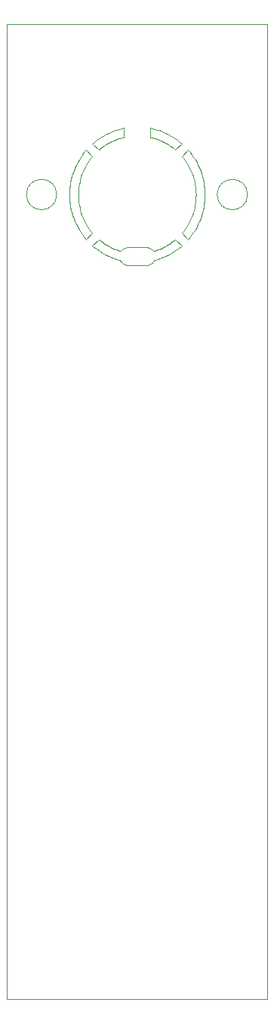
<source format=gm1>
G04 #@! TF.GenerationSoftware,KiCad,Pcbnew,8.0.0*
G04 #@! TF.CreationDate,2025-07-24T19:22:06+01:00*
G04 #@! TF.ProjectId,MidiToCvConnectors,4d696469-546f-4437-9643-6f6e6e656374,1_0*
G04 #@! TF.SameCoordinates,Original*
G04 #@! TF.FileFunction,Profile,NP*
%FSLAX46Y46*%
G04 Gerber Fmt 4.6, Leading zero omitted, Abs format (unit mm)*
G04 Created by KiCad (PCBNEW 8.0.0) date 2025-07-24 19:22:06*
%MOMM*%
%LPD*%
G01*
G04 APERTURE LIST*
G04 #@! TA.AperFunction,Profile*
%ADD10C,0.050000*%
G04 #@! TD*
G04 #@! TA.AperFunction,Profile*
%ADD11C,0.120000*%
G04 #@! TD*
G04 #@! TA.AperFunction,Profile*
%ADD12C,0.100000*%
G04 #@! TD*
G04 APERTURE END LIST*
D10*
X25400000Y-44450000D02*
X54610000Y-44450000D01*
X54610000Y-153670000D01*
X25400000Y-153670000D01*
X25400000Y-44450000D01*
D11*
X31005000Y-63500000D02*
G75*
G02*
X27605000Y-63500000I-1700000J0D01*
G01*
X27605000Y-63500000D02*
G75*
G02*
X31005000Y-63500000I1700000J0D01*
G01*
X52405000Y-63500000D02*
G75*
G02*
X49005000Y-63500000I-1700000J0D01*
G01*
X49005000Y-63500000D02*
G75*
G02*
X52405000Y-63500000I1700000J0D01*
G01*
D12*
X45730584Y-58491711D02*
X45730580Y-58491715D01*
X45730500Y-58491620D01*
X45730584Y-58491711D01*
X38515000Y-57073208D02*
X38321990Y-57121304D01*
X38130820Y-57175104D01*
X37941611Y-57234547D01*
X37754482Y-57299573D01*
X37569552Y-57370120D01*
X37386941Y-57446128D01*
X37206769Y-57527538D01*
X37029155Y-57614287D01*
X36854218Y-57706316D01*
X36682078Y-57803563D01*
X36512854Y-57905969D01*
X36346666Y-58013473D01*
X36183633Y-58126013D01*
X36023875Y-58243531D01*
X35867512Y-58365964D01*
X35714662Y-58493252D01*
X35006173Y-57784787D01*
X35195765Y-57624035D01*
X35390141Y-57469853D01*
X35589124Y-57322328D01*
X35792539Y-57181549D01*
X36000209Y-57047600D01*
X36211958Y-56920571D01*
X36427609Y-56800548D01*
X36646987Y-56687619D01*
X36869915Y-56581869D01*
X37096216Y-56483388D01*
X37325715Y-56392261D01*
X37558235Y-56308576D01*
X37793600Y-56232420D01*
X38031633Y-56163881D01*
X38272159Y-56103045D01*
X38515000Y-56050000D01*
X38515000Y-57073208D01*
X41757674Y-56103045D02*
X41998200Y-56163881D01*
X42236233Y-56232420D01*
X42471598Y-56308576D01*
X42704118Y-56392261D01*
X42933616Y-56483388D01*
X43159918Y-56581869D01*
X43382845Y-56687619D01*
X43602222Y-56800548D01*
X43817873Y-56920571D01*
X44029621Y-57047600D01*
X44237291Y-57181549D01*
X44440705Y-57322328D01*
X44639687Y-57469853D01*
X44834062Y-57624035D01*
X45023652Y-57784787D01*
X44314652Y-58493786D01*
X44161839Y-58366472D01*
X44005512Y-58244011D01*
X43845790Y-58126465D01*
X43682792Y-58013895D01*
X43516639Y-57906361D01*
X43347449Y-57803923D01*
X43175342Y-57706643D01*
X43000438Y-57614581D01*
X42822855Y-57527796D01*
X42642714Y-57446351D01*
X42460134Y-57370306D01*
X42275234Y-57299720D01*
X42088133Y-57234656D01*
X41898952Y-57175173D01*
X41707809Y-57121332D01*
X41514825Y-57073193D01*
X41514825Y-56050000D01*
X41514832Y-56050000D01*
X41757674Y-56103045D01*
X35007592Y-59200863D02*
X34820309Y-59429062D01*
X34644021Y-59664558D01*
X34478879Y-59906944D01*
X34325033Y-60155817D01*
X34182632Y-60410770D01*
X34051828Y-60671399D01*
X33932769Y-60937299D01*
X33825605Y-61208064D01*
X33730488Y-61483289D01*
X33647566Y-61762569D01*
X33576990Y-62045498D01*
X33518909Y-62331673D01*
X33473475Y-62620687D01*
X33440835Y-62912135D01*
X33421142Y-63205612D01*
X33414544Y-63500714D01*
X33421152Y-63795850D01*
X33440855Y-64089357D01*
X33473504Y-64380831D01*
X33518949Y-64669866D01*
X33577039Y-64956058D01*
X33647625Y-65239002D01*
X33730556Y-65518292D01*
X33825683Y-65793524D01*
X33932855Y-66064293D01*
X34051922Y-66330195D01*
X34182735Y-66590823D01*
X34325143Y-66845774D01*
X34478997Y-67094642D01*
X34644146Y-67337023D01*
X34820440Y-67572511D01*
X35007730Y-67800702D01*
X34298814Y-68509823D01*
X34077495Y-68245413D01*
X33869131Y-67972251D01*
X33673905Y-67690822D01*
X33492000Y-67401611D01*
X33323598Y-67105104D01*
X33168882Y-66801786D01*
X33028034Y-66492141D01*
X32901237Y-66176655D01*
X32788674Y-65855814D01*
X32690527Y-65530102D01*
X32606978Y-65200004D01*
X32538211Y-64866006D01*
X32484407Y-64528593D01*
X32445750Y-64188249D01*
X32422422Y-63845461D01*
X32414605Y-63500714D01*
X32422415Y-63155990D01*
X32445736Y-62813223D01*
X32484386Y-62472898D01*
X32538184Y-62135501D01*
X32606945Y-61801515D01*
X32690487Y-61471428D01*
X32788628Y-61145724D01*
X32901186Y-60824889D01*
X33027977Y-60509407D01*
X33168820Y-60199765D01*
X33323530Y-59896447D01*
X33491927Y-59599939D01*
X33673827Y-59310726D01*
X33869048Y-59029293D01*
X34077407Y-58756127D01*
X34298722Y-58491711D01*
X35007592Y-59200863D01*
X45951821Y-58756030D02*
X46160186Y-59029192D01*
X46355412Y-59310621D01*
X46537318Y-59599831D01*
X46705721Y-59896338D01*
X46860438Y-60199656D01*
X47001286Y-60509301D01*
X47128083Y-60824786D01*
X47240647Y-61145626D01*
X47338794Y-61471338D01*
X47422343Y-61801434D01*
X47491111Y-62135430D01*
X47544914Y-62472842D01*
X47583572Y-62813183D01*
X47606900Y-63155969D01*
X47614717Y-63500714D01*
X47606906Y-63845437D01*
X47583583Y-64188205D01*
X47544932Y-64528530D01*
X47491134Y-64865929D01*
X47422372Y-65199915D01*
X47338828Y-65530003D01*
X47240686Y-65855708D01*
X47128128Y-66176545D01*
X47001336Y-66492027D01*
X46860493Y-66801670D01*
X46705781Y-67104988D01*
X46537384Y-67401495D01*
X46355483Y-67690708D01*
X46160261Y-67972139D01*
X45951900Y-68245303D01*
X45730584Y-68509716D01*
X45021516Y-67801907D01*
X45208822Y-67573701D01*
X45385131Y-67338196D01*
X45550293Y-67095794D01*
X45704159Y-66846900D01*
X45846578Y-66591918D01*
X45977399Y-66331250D01*
X46096474Y-66065301D01*
X46203651Y-65794474D01*
X46298782Y-65519173D01*
X46381715Y-65239802D01*
X46452301Y-64956764D01*
X46510390Y-64670462D01*
X46555831Y-64381301D01*
X46588475Y-64089685D01*
X46608171Y-63796016D01*
X46614770Y-63500698D01*
X46608163Y-63205562D01*
X46588461Y-62912054D01*
X46555813Y-62620580D01*
X46510369Y-62331544D01*
X46452280Y-62045351D01*
X46381695Y-61762407D01*
X46298764Y-61483115D01*
X46203637Y-61207882D01*
X46096465Y-60937113D01*
X45977397Y-60671211D01*
X45846584Y-60410582D01*
X45704175Y-60155632D01*
X45550321Y-59906765D01*
X45385171Y-59664385D01*
X45208875Y-59428899D01*
X45021584Y-59200711D01*
X45730580Y-58491715D01*
X45951821Y-58756030D01*
X35850972Y-68622045D02*
X35990120Y-68732098D01*
X36132019Y-68838259D01*
X36276588Y-68940482D01*
X36423740Y-69038721D01*
X36573393Y-69132932D01*
X36725461Y-69223069D01*
X36879862Y-69309086D01*
X37036510Y-69390939D01*
X37195322Y-69468581D01*
X37356214Y-69541967D01*
X37519101Y-69611052D01*
X37683899Y-69675790D01*
X37850524Y-69736137D01*
X38018893Y-69792046D01*
X38188920Y-69843472D01*
X38224047Y-69795259D01*
X38261922Y-69749292D01*
X38302426Y-69705689D01*
X38345442Y-69664570D01*
X38390853Y-69626054D01*
X38438540Y-69590261D01*
X38488385Y-69557310D01*
X38540272Y-69527321D01*
X38594082Y-69500413D01*
X38649697Y-69476705D01*
X38707000Y-69456317D01*
X38765873Y-69439368D01*
X38826198Y-69425978D01*
X38887858Y-69416265D01*
X38950735Y-69410350D01*
X39014710Y-69408352D01*
X41015115Y-69408352D01*
X41047233Y-69408854D01*
X41079091Y-69410350D01*
X41110674Y-69412826D01*
X41141967Y-69416265D01*
X41172957Y-69420654D01*
X41203627Y-69425978D01*
X41263952Y-69439368D01*
X41322825Y-69456317D01*
X41380128Y-69476705D01*
X41435743Y-69500413D01*
X41489552Y-69527321D01*
X41541439Y-69557310D01*
X41591284Y-69590261D01*
X41638970Y-69626054D01*
X41684380Y-69664570D01*
X41727395Y-69705689D01*
X41767898Y-69749292D01*
X41805772Y-69795259D01*
X41840898Y-69843472D01*
X42010925Y-69792048D01*
X42179294Y-69736142D01*
X42345920Y-69675797D01*
X42510718Y-69611061D01*
X42673606Y-69541977D01*
X42834498Y-69468592D01*
X42993311Y-69390951D01*
X43149961Y-69309100D01*
X43304362Y-69223083D01*
X43456432Y-69132947D01*
X43606086Y-69038736D01*
X43753240Y-68940497D01*
X43897809Y-68838274D01*
X44039710Y-68732113D01*
X44178859Y-68622060D01*
X44315171Y-68508160D01*
X45023652Y-69216626D01*
X44853753Y-69361174D01*
X44679951Y-69500467D01*
X44502373Y-69634438D01*
X44321145Y-69763021D01*
X44136392Y-69886148D01*
X43948242Y-70003754D01*
X43756819Y-70115772D01*
X43562250Y-70222136D01*
X43364661Y-70322778D01*
X43164178Y-70417633D01*
X42960927Y-70506633D01*
X42755034Y-70589713D01*
X42546625Y-70666805D01*
X42335827Y-70737843D01*
X42122764Y-70802761D01*
X41907563Y-70861493D01*
X41874694Y-70921216D01*
X41837959Y-70978339D01*
X41797533Y-71032690D01*
X41753589Y-71084095D01*
X41706301Y-71132382D01*
X41655843Y-71177377D01*
X41602389Y-71218907D01*
X41546111Y-71256800D01*
X41487184Y-71290883D01*
X41425782Y-71320982D01*
X41362079Y-71346925D01*
X41296247Y-71368539D01*
X41228461Y-71385651D01*
X41158895Y-71398088D01*
X41087721Y-71405677D01*
X41015115Y-71408245D01*
X39014710Y-71408245D01*
X38978240Y-71407600D01*
X38942105Y-71405677D01*
X38906329Y-71402500D01*
X38870933Y-71398088D01*
X38835939Y-71392465D01*
X38801368Y-71385651D01*
X38767243Y-71377669D01*
X38733584Y-71368539D01*
X38700413Y-71358284D01*
X38667753Y-71346925D01*
X38635625Y-71334484D01*
X38604050Y-71320981D01*
X38573051Y-71306440D01*
X38542649Y-71290882D01*
X38512865Y-71274327D01*
X38483723Y-71256798D01*
X38455242Y-71238317D01*
X38427445Y-71218904D01*
X38400354Y-71198582D01*
X38373991Y-71177373D01*
X38348376Y-71155297D01*
X38323532Y-71132377D01*
X38299481Y-71108633D01*
X38276244Y-71084089D01*
X38253842Y-71058764D01*
X38232299Y-71032682D01*
X38211634Y-71005863D01*
X38191871Y-70978329D01*
X38173030Y-70950102D01*
X38155134Y-70921203D01*
X38138204Y-70891654D01*
X38122262Y-70861477D01*
X37907028Y-70802762D01*
X37693932Y-70737858D01*
X37483100Y-70666832D01*
X37274657Y-70589749D01*
X37068731Y-70506678D01*
X36865446Y-70417684D01*
X36664930Y-70322833D01*
X36467308Y-70222193D01*
X36272706Y-70115830D01*
X36081252Y-70003811D01*
X35893069Y-69886202D01*
X35708286Y-69763070D01*
X35527027Y-69634481D01*
X35349419Y-69500502D01*
X35175589Y-69361200D01*
X35005662Y-69216641D01*
X35714662Y-68508160D01*
X35714662Y-68508145D01*
X35850972Y-68622045D01*
M02*

</source>
